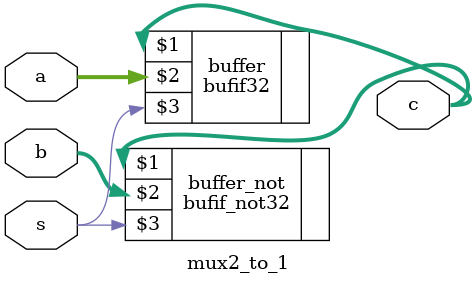
<source format=v>

module mux2_to_1(c, a, b, s);

output [31:0] c;
input  [31:0] a;
input  [31:0] b;
input         s;

bufif32         buffer(c, a, s);
bufif_not32 buffer_not(c, b, s);

endmodule


</source>
